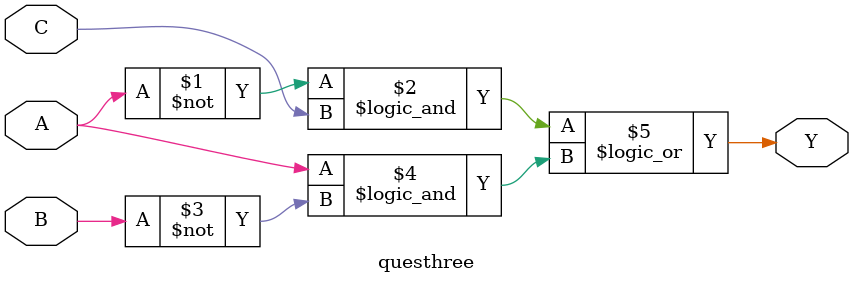
<source format=v>
module questhree(
    input A,
    input B,
    input C,
    output Y
);

assign Y = ((~A)&&C) || (A&&(~B));

endmodule
</source>
